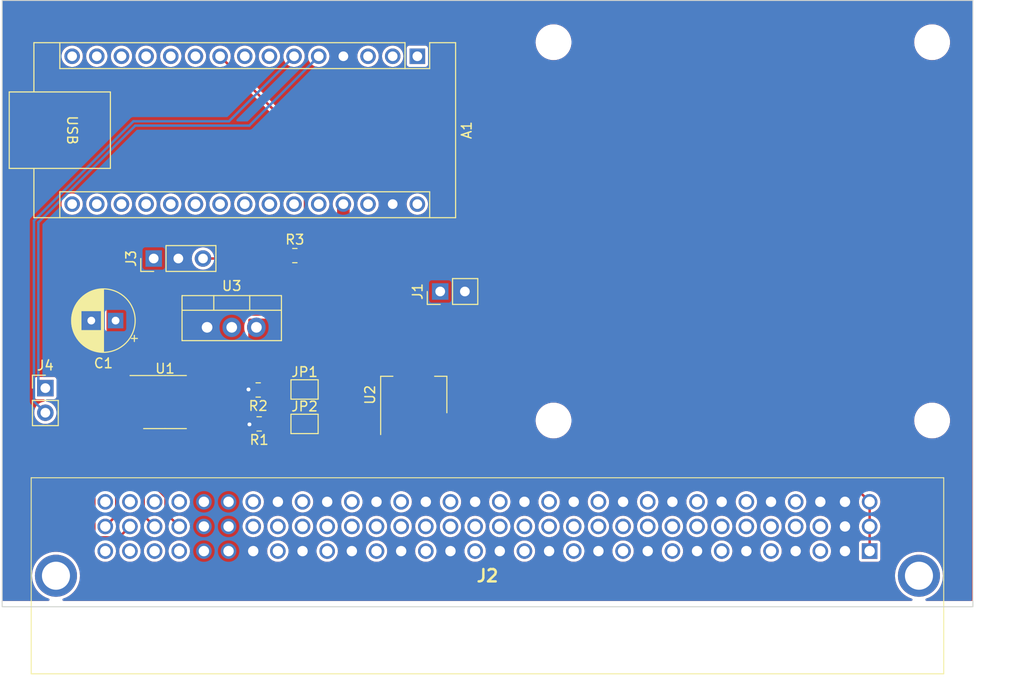
<source format=kicad_pcb>
(kicad_pcb (version 20221018) (generator pcbnew)
  (layers (0 "F.Cu" signal) (31 "B.Cu" signal) (34 "B.Paste" user) (35 "F.Paste" user) (36 "B.SilkS" user "B.Silkscreen") (37 "F.SilkS" user "F.Silkscreen") (38 "B.Mask" user) (39 "F.Mask" user) (44 "Edge.Cuts" user))
  (net 0 "")
  (net 1 "GND")
  (net 2 "ETH1-1")
  (net 3 "+12V")
  (net 4 "+5V")
  (net 5 "ETH1-3")
  (net 6 "ETH1-5")
  (net 7 "ETH1-7")
  (net 8 "ETH2-1")
  (net 9 "ETH2-3")
  (net 10 "ETH2-5")
  (net 11 "ETH2-7")
  (net 12 "ETH3-1")
  (net 13 "ETH3-3")
  (net 14 "ETH3-5")
  (net 15 "ETH3-7")
  (net 16 "CANL")
  (net 17 "ETH1-2")
  (net 18 "ETH1-4")
  (net 19 "ETH1-6")
  (net 20 "ETH1-8")
  (net 21 "ETH2-2")
  (net 22 "ETH2-4")
  (net 23 "ETH2-6")
  (net 24 "ETH2-8")
  (net 25 "ETH3-2")
  (net 26 "ETH3-4")
  (net 27 "ETH3-6")
  (net 28 "ETH3-8")
  (net 29 "DAT1")
  (net 30 "DAT2")
  (net 31 "CANH")
  (net 40 "Net-(JP2-A)")
  (net 41 "Net-(JP1-A)")
  (net 48 "+3.3V")
  (net 74 "LED")
  (net 75 "Net-(J3-Pin_3)")
  (net 76 "SEL1")
  (net 77 "SEL2")
  (footprint "MountingHole:MountingHole_3.2mm_M3" (layer "F.Cu") (at 245.9 92.3)
    (fp_text reference "REF**" hide)
    (fp_text value "MountingHole_3.2mm_M3")
    (pad "" np_thru_hole circle (at 0 0) (size 3.2 3.2) (drill 3.2) (layers "*.Cu" "*.Mask"))
  )
  (footprint "Connector_PinHeader_2.54mm:PinHeader_1x03_P2.54mm_Vertical" (layer "F.Cu") (at 165.71 75.6 90)
    (fp_text reference "J3" (at 0 -2.33 90) (layer "F.SilkS"))
    (fp_text value "Conn_01x03")
    (fp_line (start -1.33 -1.33) (end 0 -1.33) (stroke (width 0.12)) (layer "F.SilkS"))
    (fp_line (start -1.33 0) (end -1.33 -1.33) (stroke (width 0.12)) (layer "F.SilkS"))
    (fp_line (start -1.33 1.27) (end -1.33 6.41) (stroke (width 0.12)) (layer "F.SilkS"))
    (fp_line (start -1.33 1.27) (end 1.33 1.27) (stroke (width 0.12)) (layer "F.SilkS"))
    (fp_line (start -1.33 6.41) (end 1.33 6.41) (stroke (width 0.12)) (layer "F.SilkS"))
    (fp_line (start 1.33 1.27) (end 1.33 6.41) (stroke (width 0.12)) (layer "F.SilkS"))
    (pad "1" thru_hole rect (at 0 0 90) (size 1.7 1.7) (drill 1) (layers "*.Cu" "*.Mask") (net 4 "+5V"))
    (pad "2" thru_hole oval (at 0 2.54 90) (size 1.7 1.7) (drill 1) (layers "*.Cu" "*.Mask") (net 1 "GND"))
    (pad "3" thru_hole oval (at 0 5.08 90) (size 1.7 1.7) (drill 1) (layers "*.Cu" "*.Mask") (net 75 "Net-(J3-Pin_3)"))
  )
  (footprint "Resistor_SMD:R_0805_2012Metric_Pad1.20x1.40mm_HandSolder" (layer "F.Cu") (at 180.25 75.3)
    (fp_text reference "R3" (at 0 -1.65) (layer "F.SilkS"))
    (fp_text value "R")
    (fp_line (start -0.227064 -0.735) (end 0.227064 -0.735) (stroke (width 0.12)) (layer "F.SilkS"))
    (fp_line (start -0.227064 0.735) (end 0.227064 0.735) (stroke (width 0.12)) (layer "F.SilkS"))
    (pad "1" smd roundrect (at -1 0) (size 1.2 1.4) (layers "F.Cu" "F.Paste" "F.Mask") (roundrect_rratio 0.2083333333) (net 75 "Net-(J3-Pin_3)"))
    (pad "2" smd roundrect (at 1 0) (size 1.2 1.4) (layers "F.Cu" "F.Paste" "F.Mask") (roundrect_rratio 0.2083333333) (net 74 "LED"))
  )
  (footprint "Connector_PinHeader_2.54mm:PinHeader_1x02_P2.54mm_Vertical" (layer "F.Cu") (at 154.55 88.96)
    (fp_text reference "J4" (at 0 -2.33) (layer "F.SilkS"))
    (fp_text value "Conn_01x02")
    (fp_line (start -1.33 -1.33) (end 0 -1.33) (stroke (width 0.12)) (layer "F.SilkS"))
    (fp_line (start -1.33 0) (end -1.33 -1.33) (stroke (width 0.12)) (layer "F.SilkS"))
    (fp_line (start -1.33 1.27) (end -1.33 3.87) (stroke (width 0.12)) (layer "F.SilkS"))
    (fp_line (start -1.33 1.27) (end 1.33 1.27) (stroke (width 0.12)) (layer "F.SilkS"))
    (fp_line (start -1.33 3.87) (end 1.33 3.87) (stroke (width 0.12)) (layer "F.SilkS"))
    (fp_line (start 1.33 1.27) (end 1.33 3.87) (stroke (width 0.12)) (layer "F.SilkS"))
    (pad "1" thru_hole rect (at 0 0) (size 1.7 1.7) (drill 1) (layers "*.Cu" "*.Mask") (net 76 "SEL1"))
    (pad "2" thru_hole oval (at 0 2.54) (size 1.7 1.7) (drill 1) (layers "*.Cu" "*.Mask") (net 77 "SEL2"))
  )
  (footprint "Module:Arduino_Nano" (layer "F.Cu") (at 192.87 54.75 -90)
    (fp_text reference "A1" (at 7.62 -5.08 90) (layer "F.SilkS"))
    (fp_text value "Arduino_Nano_v3.x")
    (fp_text user "USB" (at 7.62 35.56 -90 unlocked) (layer "F.SilkS"))
    (fp_line (start -1.4 -3.94) (end -1.4 -1.27) (stroke (width 0.12)) (layer "F.SilkS"))
    (fp_line (start -1.4 1.27) (end -1.4 39.5) (stroke (width 0.12)) (layer "F.SilkS"))
    (fp_line (start -1.4 39.5) (end 3.68 39.5) (stroke (width 0.12)) (layer "F.SilkS"))
    (fp_line (start 1.27 -1.27) (end -1.4 -1.27) (stroke (width 0.12)) (layer "F.SilkS"))
    (fp_line (start 1.27 1.27) (end -1.4 1.27) (stroke (width 0.12)) (layer "F.SilkS"))
    (fp_line (start 1.27 1.27) (end 1.27 -1.27) (stroke (width 0.12)) (layer "F.SilkS"))
    (fp_line (start 1.27 1.27) (end 1.27 36.83) (stroke (width 0.12)) (layer "F.SilkS"))
    (fp_line (start 1.27 36.83) (end -1.4 36.83) (stroke (width 0.12)) (layer "F.SilkS"))
    (fp_line (start 3.68 31.62) (end 11.56 31.62) (stroke (width 0.12)) (layer "F.SilkS"))
    (fp_line (start 3.68 42.04) (end 3.68 31.62) (stroke (width 0.12)) (layer "F.SilkS"))
    (fp_line (start 11.56 31.62) (end 11.56 42.04) (stroke (width 0.12)) (layer "F.SilkS"))
    (fp_line (start 11.56 42.04) (end 3.68 42.04) (stroke (width 0.12)) (layer "F.SilkS"))
    (fp_line (start 13.97 -1.27) (end 13.97 36.83) (stroke (width 0.12)) (layer "F.SilkS"))
    (fp_line (start 13.97 -1.27) (end 16.64 -1.27) (stroke (width 0.12)) (layer "F.SilkS"))
    (fp_line (start 13.97 36.83) (end 16.64 36.83) (stroke (width 0.12)) (layer "F.SilkS"))
    (fp_line (start 16.64 -3.94) (end -1.4 -3.94) (stroke (width 0.12)) (layer "F.SilkS"))
    (fp_line (start 16.64 39.5) (end 11.56 39.5) (stroke (width 0.12)) (layer "F.SilkS"))
    (fp_line (start 16.64 39.5) (end 16.64 -3.94) (stroke (width 0.12)) (layer "F.SilkS"))
    (pad "1" thru_hole rect (at 0 0 270) (size 1.6 1.6) (drill 1) (layers "*.Cu" "*.Mask"))
    (pad "2" thru_hole oval (at 0 2.54 270) (size 1.6 1.6) (drill 1) (layers "*.Cu" "*.Mask"))
    (pad "3" thru_hole oval (at 0 5.08 270) (size 1.6 1.6) (drill 1) (layers "*.Cu" "*.Mask"))
    (pad "4" thru_hole oval (at 0 7.62 270) (size 1.6 1.6) (drill 1) (layers "*.Cu" "*.Mask") (net 1 "GND"))
    (pad "5" thru_hole oval (at 0 10.16 270) (size 1.6 1.6) (drill 1) (layers "*.Cu" "*.Mask") (net 76 "SEL1"))
    (pad "6" thru_hole oval (at 0 12.7 270) (size 1.6 1.6) (drill 1) (layers "*.Cu" "*.Mask") (net 77 "SEL2"))
    (pad "7" thru_hole oval (at 0 15.24 270) (size 1.6 1.6) (drill 1) (layers "*.Cu" "*.Mask"))
    (pad "8" thru_hole oval (at 0 17.78 270) (size 1.6 1.6) (drill 1) (layers "*.Cu" "*.Mask"))
    (pad "9" thru_hole oval (at 0 20.32 270) (size 1.6 1.6) (drill 1) (layers "*.Cu" "*.Mask") (net 74 "LED"))
    (pad "10" thru_hole oval (at 0 22.86 270) (size 1.6 1.6) (drill 1) (layers "*.Cu" "*.Mask"))
    (pad "11" thru_hole oval (at 0 25.4 270) (size 1.6 1.6) (drill 1) (layers "*.Cu" "*.Mask"))
    (pad "12" thru_hole oval (at 0 27.94 270) (size 1.6 1.6) (drill 1) (layers "*.Cu" "*.Mask"))
    (pad "13" thru_hole oval (at 0 30.48 270) (size 1.6 1.6) (drill 1) (layers "*.Cu" "*.Mask"))
    (pad "14" thru_hole oval (at 0 33.02 270) (size 1.6 1.6) (drill 1) (layers "*.Cu" "*.Mask"))
    (pad "15" thru_hole oval (at 0 35.56 270) (size 1.6 1.6) (drill 1) (layers "*.Cu" "*.Mask"))
    (pad "16" thru_hole oval (at 15.24 35.56 270) (size 1.6 1.6) (drill 1) (layers "*.Cu" "*.Mask"))
    (pad "17" thru_hole oval (at 15.24 33.02 270) (size 1.6 1.6) (drill 1) (layers "*.Cu" "*.Mask"))
    (pad "18" thru_hole oval (at 15.24 30.48 270) (size 1.6 1.6) (drill 1) (layers "*.Cu" "*.Mask"))
    (pad "19" thru_hole oval (at 15.24 27.94 270) (size 1.6 1.6) (drill 1) (layers "*.Cu" "*.Mask"))
    (pad "20" thru_hole oval (at 15.24 25.4 270) (size 1.6 1.6) (drill 1) (layers "*.Cu" "*.Mask"))
    (pad "21" thru_hole oval (at 15.24 22.86 270) (size 1.6 1.6) (drill 1) (layers "*.Cu" "*.Mask"))
    (pad "22" thru_hole oval (at 15.24 20.32 270) (size 1.6 1.6) (drill 1) (layers "*.Cu" "*.Mask"))
    (pad "23" thru_hole oval (at 15.24 17.78 270) (size 1.6 1.6) (drill 1) (layers "*.Cu" "*.Mask"))
    (pad "24" thru_hole oval (at 15.24 15.24 270) (size 1.6 1.6) (drill 1) (layers "*.Cu" "*.Mask"))
    (pad "25" thru_hole oval (at 15.24 12.7 270) (size 1.6 1.6) (drill 1) (layers "*.Cu" "*.Mask"))
    (pad "26" thru_hole oval (at 15.24 10.16 270) (size 1.6 1.6) (drill 1) (layers "*.Cu" "*.Mask"))
    (pad "27" thru_hole oval (at 15.24 7.62 270) (size 1.6 1.6) (drill 1) (layers "*.Cu" "*.Mask") (net 4 "+5V"))
    (pad "28" thru_hole oval (at 15.24 5.08 270) (size 1.6 1.6) (drill 1) (layers "*.Cu" "*.Mask"))
    (pad "29" thru_hole oval (at 15.24 2.54 270) (size 1.6 1.6) (drill 1) (layers "*.Cu" "*.Mask") (net 1 "GND"))
    (pad "30" thru_hole oval (at 15.24 0 270) (size 1.6 1.6) (drill 1) (layers "*.Cu" "*.Mask"))
  )
  (footprint "Resistor_SMD:R_0805_2012Metric_Pad1.20x1.40mm_HandSolder" (layer "F.Cu") (at 176.475 89.15 180)
    (fp_text reference "R2" (at 0 -1.65) (layer "F.SilkS"))
    (fp_text value "R")
    (fp_line (start -0.227064 -0.735) (end 0.227064 -0.735) (stroke (width 0.12)) (layer "F.SilkS"))
    (fp_line (start -0.227064 0.735) (end 0.227064 0.735) (stroke (width 0.12)) (layer "F.SilkS"))
    (pad "1" smd roundrect (at -1 0 180) (size 1.2 1.4) (layers "F.Cu" "F.Paste" "F.Mask") (roundrect_rratio 0.2083333333) (net 41 "Net-(JP1-A)"))
    (pad "2" smd roundrect (at 1 0 180) (size 1.2 1.4) (layers "F.Cu" "F.Paste" "F.Mask") (roundrect_rratio 0.2083333333) (net 1 "GND"))
  )
  (footprint "Package_SO:TSSOP-16_4.4x5mm_P0.65mm" (layer "F.Cu") (at 166.875 90.4)
    (fp_text reference "U1" (at 0 -3.45) (layer "F.SilkS"))
    (fp_text value "ADS7828")
    (fp_line (start 0 -2.735) (end -3.6 -2.735) (stroke (width 0.12)) (layer "F.SilkS"))
    (fp_line (start 0 -2.735) (end 2.2 -2.735) (stroke (width 0.12)) (layer "F.SilkS"))
    (fp_line (start 0 2.735) (end -2.2 2.735) (stroke (width 0.12)) (layer "F.SilkS"))
    (fp_line (start 0 2.735) (end 2.2 2.735) (stroke (width 0.12)) (layer "F.SilkS"))
    (pad "1" smd roundrect (at -2.8625 -2.275) (size 1.475 0.4) (layers "F.Cu" "F.Paste" "F.Mask") (net 29 "DAT1"))
    (pad "2" smd roundrect (at -2.8625 -1.625) (size 1.475 0.4) (layers "F.Cu" "F.Paste" "F.Mask") (net 30 "DAT2"))
    (pad "3" smd roundrect (at -2.8625 -0.975) (size 1.475 0.4) (layers "F.Cu" "F.Paste" "F.Mask"))
    (pad "4" smd roundrect (at -2.8625 -0.325) (size 1.475 0.4) (layers "F.Cu" "F.Paste" "F.Mask"))
    (pad "5" smd roundrect (at -2.8625 0.325) (size 1.475 0.4) (layers "F.Cu" "F.Paste" "F.Mask"))
    (pad "6" smd roundrect (at -2.8625 0.975) (size 1.475 0.4) (layers "F.Cu" "F.Paste" "F.Mask"))
    (pad "7" smd roundrect (at -2.8625 1.625) (size 1.475 0.4) (layers "F.Cu" "F.Paste" "F.Mask"))
    (pad "8" smd roundrect (at -2.8625 2.275) (size 1.475 0.4) (layers "F.Cu" "F.Paste" "F.Mask"))
    (pad "9" smd roundrect (at 2.8625 2.275) (size 1.475 0.4) (layers "F.Cu" "F.Paste" "F.Mask") (net 1 "GND"))
    (pad "10" smd roundrect (at 2.8625 1.625) (size 1.475 0.4) (layers "F.Cu" "F.Paste" "F.Mask") (net 48 "+3.3V"))
    (pad "11" smd roundrect (at 2.8625 0.975) (size 1.475 0.4) (layers "F.Cu" "F.Paste" "F.Mask"))
    (pad "12" smd roundrect (at 2.8625 0.325) (size 1.475 0.4) (layers "F.Cu" "F.Paste" "F.Mask") (net 41 "Net-(JP1-A)"))
    (pad "13" smd roundrect (at 2.8625 -0.325) (size 1.475 0.4) (layers "F.Cu" "F.Paste" "F.Mask") (net 40 "Net-(JP2-A)"))
    (pad "14" smd roundrect (at 2.8625 -0.975) (size 1.475 0.4) (layers "F.Cu" "F.Paste" "F.Mask") (net 31 "CANH"))
    (pad "15" smd roundrect (at 2.8625 -1.625) (size 1.475 0.4) (layers "F.Cu" "F.Paste" "F.Mask") (net 16 "CANL"))
    (pad "16" smd roundrect (at 2.8625 -2.275) (size 1.475 0.4) (layers "F.Cu" "F.Paste" "F.Mask") (net 48 "+3.3V"))
  )
  (footprint "Connector_PinHeader_2.54mm:PinHeader_1x02_P2.54mm_Vertical" (layer "F.Cu") (at 195.225 79 90)
    (fp_text reference "J1" (at 0 -2.33 90) (layer "F.SilkS"))
    (fp_text value "Conn_01x02")
    (fp_line (start -1.33 -1.33) (end 0 -1.33) (stroke (width 0.12)) (layer "F.SilkS"))
    (fp_line (start -1.33 0) (end -1.33 -1.33) (stroke (width 0.12)) (layer "F.SilkS"))
    (fp_line (start -1.33 1.27) (end -1.33 3.87) (stroke (width 0.12)) (layer "F.SilkS"))
    (fp_line (start -1.33 1.27) (end 1.33 1.27) (stroke (width 0.12)) (layer "F.SilkS"))
    (fp_line (start -1.33 3.87) (end 1.33 3.87) (stroke (width 0.12)) (layer "F.SilkS"))
    (fp_line (start 1.33 1.27) (end 1.33 3.87) (stroke (width 0.12)) (layer "F.SilkS"))
    (pad "1" thru_hole rect (at 0 0 90) (size 1.7 1.7) (drill 1) (layers "*.Cu" "*.Mask") (net 3 "+12V"))
    (pad "2" thru_hole oval (at 0 2.54 90) (size 1.7 1.7) (drill 1) (layers "*.Cu" "*.Mask") (net 1 "GND"))
  )
  (footprint "MountingHole:MountingHole_3.2mm_M3" (layer "F.Cu") (at 245.9 53.3)
    (fp_text reference "REF**" hide)
    (fp_text value "MountingHole_3.2mm_M3")
    (pad "" np_thru_hole circle (at 0 0) (size 3.2 3.2) (drill 3.2) (layers "*.Cu" "*.Mask"))
  )
  (footprint "Package_TO_SOT_THT:TO-220-3_Vertical" (layer "F.Cu") (at 171.21 82.695)
    (fp_text reference "U3" (at 2.54 -4.27) (layer "F.SilkS"))
    (fp_text value "LM1085-5.0")
    (fp_line (start -2.58 -3.27) (end -2.58 1.371) (stroke (width 0.12)) (layer "F.SilkS"))
    (fp_line (start -2.58 -3.27) (end 7.66 -3.27) (stroke (width 0.12)) (layer "F.SilkS"))
    (fp_line (start -2.58 -1.76) (end 7.66 -1.76) (stroke (width 0.12)) (layer "F.SilkS"))
    (fp_line (start -2.58 1.371) (end 7.66 1.371) (stroke (width 0.12)) (layer "F.SilkS"))
    (fp_line (start 0.69 -3.27) (end 0.69 -1.76) (stroke (width 0.12)) (layer "F.SilkS"))
    (fp_line (start 4.391 -3.27) (end 4.391 -1.76) (stroke (width 0.12)) (layer "F.SilkS"))
    (fp_line (start 7.66 -3.27) (end 7.66 1.371) (stroke (width 0.12)) (layer "F.SilkS"))
    (pad "1" thru_hole rect (at 0 0) (size 1.905 2) (drill 1.1) (layers "*.Cu" "*.Mask") (net 1 "GND"))
    (pad "2" thru_hole oval (at 2.54 0) (size 1.905 2) (drill 1.1) (layers "*.Cu" "*.Mask") (net 4 "+5V"))
    (pad "3" thru_hole oval (at 5.08 0) (size 1.905 2) (drill 1.1) (layers "*.Cu" "*.Mask") (net 3 "+12V"))
  )
  (footprint "Custom:6509475" (layer "F.Cu") (at 239.462617 105.762442)
    (fp_text reference "J2" (at -39.37 2.545) (layer "F.SilkS") (effects (font (size 1.27 1.27) (thickness 0.254))))
    (fp_text value "~" hide)
    (fp_line (start -86.37 -7.56) (end 7.63 -7.56) (stroke (width 0.1)) (layer "F.SilkS"))
    (fp_line (start -86.37 12.65) (end -86.37 -7.56) (stroke (width 0.1)) (layer "F.SilkS"))
    (fp_line (start 7.63 -7.56) (end 7.63 12.65) (stroke (width 0.1)) (layer "F.SilkS"))
    (fp_line (start 7.63 12.65) (end -86.37 12.65) (stroke (width 0.1)) (layer "F.SilkS"))
    (pad "A1" thru_hole rect (at 0 0) (size 1.605 1.605) (drill 1.07) (layers "*.Cu" "*.Mask") (net 4 "+5V"))
    (pad "A2" thru_hole circle (at -2.54 0) (size 1.605 1.605) (drill 1.07) (layers "*.Cu" "*.Mask") (net 1 "GND"))
    (pad "A3" thru_hole circle (at -5.08 0) (size 1.605 1.605) (drill 1.07) (layers "*.Cu" "*.Mask") (net 2 "ETH1-1"))
    (pad "A4" thru_hole circle (at -7.62 0) (size 1.605 1.605) (drill 1.07) (layers "*.Cu" "*.Mask") (net 1 "GND"))
    (pad "A5" thru_hole circle (at -10.16 0) (size 1.605 1.605) (drill 1.07) (layers "*.Cu" "*.Mask") (net 5 "ETH1-3"))
    (pad "A6" thru_hole circle (at -12.7 0) (size 1.605 1.605) (drill 1.07) (layers "*.Cu" "*.Mask") (net 1 "GND"))
    (pad "A7" thru_hole circle (at -15.24 0) (size 1.605 1.605) (drill 1.07) (layers "*.Cu" "*.Mask") (net 6 "ETH1-5"))
    (pad "A8" thru_hole circle (at -17.78 0) (size 1.605 1.605) (drill 1.07) (layers "*.Cu" "*.Mask") (net 1 "GND"))
    (pad "A9" thru_hole circle (at -20.32 0) (size 1.605 1.605) (drill 1.07) (layers "*.Cu" "*.Mask") (net 7 "ETH1-7"))
    (pad "A10" thru_hole circle (at -22.86 0) (size 1.605 1.605) (drill 1.07) (layers "*.Cu" "*.Mask") (net 1 "GND"))
    (pad "A11" thru_hole circle (at -25.4 0) (size 1.605 1.605) (drill 1.07) (layers "*.Cu" "*.Mask") (net 8 "ETH2-1"))
    (pad "A12" thru_hole circle (at -27.94 0) (size 1.605 1.605) (drill 1.07) (layers "*.Cu" "*.Mask") (net 1 "GND"))
    (pad "A13" thru_hole circle (at -30.48 0) (size 1.605 1.605) (drill 1.07) (layers "*.Cu" "*.Mask") (net 9 "ETH2-3"))
    (pad "A14" thru_hole circle (at -33.02 0) (size 1.605 1.605) (drill 1.07) (layers "*.Cu" "*.Mask") (net 1 "GND"))
    (pad "A15" thru_hole circle (at -35.56 0) (size 1.605 1.605) (drill 1.07) (layers "*.Cu" "*.Mask") (net 10 "ETH2-5"))
    (pad "A16" thru_hole circle (at -38.1 0) (size 1.605 1.605) (drill 1.07) (layers "*.Cu" "*.Mask") (net 1 "GND"))
    (pad "A17" thru_hole circle (at -40.64 0) (size 1.605 1.605) (drill 1.07) (layers "*.Cu" "*.Mask") (net 11 "ETH2-7"))
    (pad "A18" thru_hole circle (at -43.18 0) (size 1.605 1.605) (drill 1.07) (layers "*.Cu" "*.Mask") (net 1 "GND"))
    (pad "A19" thru_hole circle (at -45.72 0) (size 1.605 1.605) (drill 1.07) (layers "*.Cu" "*.Mask") (net 12 "ETH3-1"))
    (pad "A20" thru_hole circle (at -48.26 0) (size 1.605 1.605) (drill 1.07) (layers "*.Cu" "*.Mask") (net 1 "GND"))
    (pad "A21" thru_hole circle (at -50.8 0) (size 1.605 1.605) (drill 1.07) (layers "*.Cu" "*.Mask") (net 13 "ETH3-3"))
    (pad "A22" thru_hole circle (at -53.34 0) (size 1.605 1.605) (drill 1.07) (layers "*.Cu" "*.Mask") (net 1 "GND"))
    (pad "A23" thru_hole circle (at -55.88 0) (size 1.605 1.605) (drill 1.07) (layers "*.Cu" "*.Mask") (net 14 "ETH3-5"))
    (pad "A24" thru_hole circle (at -58.42 0) (size 1.605 1.605) (drill 1.07) (layers "*.Cu" "*.Mask") (net 1 "GND"))
    (pad "A25" thru_hole circle (at -60.96 0) (size 1.605 1.605) (drill 1.07) (layers "*.Cu" "*.Mask") (net 15 "ETH3-7"))
    (pad "A26" thru_hole circle (at -63.5 0) (size 1.605 1.605) (drill 1.07) (layers "*.Cu" "*.Mask") (net 1 "GND"))
    (pad "A27" thru_hole circle (at -66.04 0) (size 1.605 1.605) (drill 1.07) (layers "*.Cu" "*.Mask") (net 3 "+12V"))
    (pad "A28" thru_hole circle (at -68.58 0) (size 1.605 1.605) (drill 1.07) (layers "*.Cu" "*.Mask") (net 3 "+12V"))
    (pad "A29" thru_hole circle (at -71.12 0) (size 1.605 1.605) (drill 1.07) (layers "*.Cu" "*.Mask"))
    (pad "A30" thru_hole circle (at -73.66 0) (size 1.605 1.605) (drill 1.07) (layers "*.Cu" "*.Mask"))
    (pad "A31" thru_hole circle (at -76.2 0) (size 1.605 1.605) (drill 1.07) (layers "*.Cu" "*.Mask"))
    (pad "A32" thru_hole circle (at -78.74 0) (size 1.605 1.605) (drill 1.07) (layers "*.Cu" "*.Mask"))
    (pad "B1" thru_hole circle (at 0 -2.54) (size 1.605 1.605) (drill 1.07) (layers "*.Cu" "*.Mask") (net 4 "+5V"))
    (pad "B2" thru_hole circle (at -2.54 -2.54) (size 1.605 1.605) (drill 1.07) (layers "*.Cu" "*.Mask") (net 1 "GND"))
    (pad "B3" thru_hole circle (at -5.08 -2.54) (size 1.605 1.605) (drill 1.07) (layers "*.Cu" "*.Mask") (net 2 "ETH1-1"))
    (pad "B4" thru_hole circle (at -7.62 -2.54) (size 1.605 1.605) (drill 1.07) (layers "*.Cu" "*.Mask") (net 17 "ETH1-2"))
    (pad "B5" thru_hole circle (at -10.16 -2.54) (size 1.605 1.605) (drill 1.07) (layers "*.Cu" "*.Mask") (net 5 "ETH1-3"))
    (pad "B6" thru_hole circle (at -12.7 -2.54) (size 1.605 1.605) (drill 1.07) (layers "*.Cu" "*.Mask") (net 18 "ETH1-4"))
    (pad "B7" thru_hole circle (at -15.24 -2.54) (size 1.605 1.605) (drill 1.07) (layers "*.Cu" "*.Mask") (net 6 "ETH1-5"))
    (pad "B8" thru_hole circle (at -17.78 -2.54) (size 1.605 1.605) (drill 1.07) (layers "*.Cu" "*.Mask") (net 19 "ETH1-6"))
    (pad "B9" thru_hole circle (at -20.32 -2.54) (size 1.605 1.605) (drill 1.07) (layers "*.Cu" "*.Mask") (net 7 "ETH1-7"))
    (pad "B10" thru_hole circle (at -22.86 -2.54) (size 1.605 1.605) (drill 1.07) (layers "*.Cu" "*.Mask") (net 20 "ETH1-8"))
    (pad "B11" thru_hole circle (at -25.4 -2.54) (size 1.605 1.605) (drill 1.07) (layers "*.Cu" "*.Mask") (net 8 "ETH2-1"))
    (pad "B12" thru_hole circle (at -27.94 -2.54) (size 1.605 1.605) (drill 1.07) (layers "*.Cu" "*.Mask") (net 21 "ETH2-2"))
    (pad "B13" thru_hole circle (at -30.48 -2.54) (size 1.605 1.605) (drill 1.07) (layers "*.Cu" "*.Mask") (net 9 "ETH2-3"))
    (pad "B14" thru_hole circle (at -33.02 -2.54) (size 1.605 1.605) (drill 1.07) (layers "*.Cu" "*.Mask") (net 22 "ETH2-4"))
    (pad "B15" thru_hole circle (at -35.56 -2.54) (size 1.605 1.605) (drill 1.07) (layers "*.Cu" "*.Mask") (net 10 "ETH2-5"))
    (pad "B16" thru_hole circle (at -38.1 -2.54) (size 1.605 1.605) (drill 1.07) (layers "*.Cu" "*.Mask") (net 23 "ETH2-6"))
    (pad "B17" thru_hole circle (at -40.64 -2.54) (size 1.605 1.605) (drill 1.07) (layers "*.Cu" "*.Mask") (net 11 "ETH2-7"))
    (pad "B18" thru_hole circle (at -43.18 -2.54) (size 1.605 1.605) (drill 1.07) (layers "*.Cu" "*.Mask") (net 24 "ETH2-8"))
    (pad "B19" thru_hole circle (at -45.72 -2.54) (size 1.605 1.605) (drill 1.07) (layers "*.Cu" "*.Mask") (net 12 "ETH3-1"))
    (pad "B20" thru_hole circle (at -48.26 -2.54) (size 1.605 1.605) (drill 1.07) (layers "*.Cu" "*.Mask") (net 25 "ETH3-2"))
    (pad "B21" thru_hole circle (at -50.8 -2.54) (size 1.605 1.605) (drill 1.07) (layers "*.Cu" "*.Mask") (net 13 "ETH3-3"))
    (pad "B22" thru_hole circle (at -53.34 -2.54) (size 1.605 1.605) (drill 1.07) (layers "*.Cu" "*.Mask") (net 26 "ETH3-4"))
    (pad "B23" thru_hole circle (at -55.88 -2.54) (size 1.605 1.605) (drill 1.07) (layers "*.Cu" "*.Mask") (net 14 "ETH3-5"))
    (pad "B24" thru_hole circle (at -58.42 -2.54) (size 1.605 1.605) (drill 1.07) (layers "*.Cu" "*.Mask") (net 27 "ETH3-6"))
    (pad "B25" thru_hole circle (at -60.96 -2.54) (size 1.605 1.605) (drill 1.07) (layers "*.Cu" "*.Mask") (net 15 "ETH3-7"))
    (pad "B26" thru_hole circle (at -63.5 -2.54) (size 1.605 1.605) (drill 1.07) (layers "*.Cu" "*.Mask") (net 28 "ETH3-8"))
    (pad "B27" thru_hole circle (at -66.04 -2.54) (size 1.605 1.605) (drill 1.07) (layers "*.Cu" "*.Mask") (net 3 "+12V"))
    (pad "B28" thru_hole circle (at -68.58 -2.54) (size 1.605 1.605) (drill 1.07) (layers "*.Cu" "*.Mask") (net 3 "+12V"))
    (pad "B29" thru_hole circle (at -71.12 -2.54) (size 1.605 1.605) (drill 1.07) (layers "*.Cu" "*.Mask") (net 29 "DAT1"))
    (pad "B30" thru_hole circle (at -73.66 -2.54) (size 1.605 1.605) (drill 1.07) (layers "*.Cu" "*.Mask") (net 30 "DAT2"))
    (pad "B31" thru_hole circle (at -76.2 -2.54) (size 1.605 1.605) (drill 1.07) (layers "*.Cu" "*.Mask") (net 16 "CANL"))
    (pad "B32" thru_hole circle (at -78.74 -2.54) (size 1.605 1.605) (drill 1.07) (layers "*.Cu" "*.Mask") (net 31 "CANH"))
    (pad "C1" thru_hole circle (at 0 -5.08) (size 1.605 1.605) (drill 1.07) (layers "*.Cu" "*.Mask") (net 4 "+5V"))
    (pad "C2" thru_hole circle (at -2.54 -5.08) (size 1.605 1.605) (drill 1.07) (layers "*.Cu" "*.Mask") (net 1 "GND"))
    (pad "C3" thru_hole circle (at -5.08 -5.08) (size 1.605 1.605) (drill 1.07) (layers "*.Cu" "*.Mask") (net 1 "GND"))
    (pad "C4" thru_hole circle (at -7.62 -5.08) (size 1.605 1.605) (drill 1.07) (layers "*.Cu" "*.Mask") (net 17 "ETH1-2"))
    (pad "C5" thru_hole circle (at -10.16 -5.08) (size 1.605 1.605) (drill 1.07) (layers "*.Cu" "*.Mask") (net 1 "GND"))
    (pad "C6" thru_hole circle (at -12.7 -5.08) (size 1.605 1.605) (drill 1.07) (layers "*.Cu" "*.Mask") (net 18 "ETH1-4"))
    (pad "C7" thru_hole circle (at -15.24 -5.08) (size 1.605 1.605) (drill 1.07) (layers "*.Cu" "*.Mask") (net 1 "GND"))
    (pad "C8" thru_hole circle (at -17.78 -5.08) (size 1.605 1.605) (drill 1.07) (layers "*.Cu" "*.Mask") (net 19 "ETH1-6"))
    (pad "C9" thru_hole circle (at -20.32 -5.08) (size 1.605 1.605) (drill 1.07) (layers "*.Cu" "*.Mask") (net 1 "GND"))
    (pad "C10" thru_hole circle (at -22.86 -5.08) (size 1.605 1.605) (drill 1.07) (layers "*.Cu" "*.Mask") (net 20 "ETH1-8"))
    (pad "C11" thru_hole circle (at -25.4 -5.08) (size 1.605 1.605) (drill 1.07) (layers "*.Cu" "*.Mask") (net 1 "GND"))
    (pad "C12" thru_hole circle (at -27.94 -5.08) (size 1.605 1.605) (drill 1.07) (layers "*.Cu" "*.Mask") (net 21 "ETH2-2"))
    (pad "C13" thru_hole circle (at -30.48 -5.08) (size 1.605 1.605) (drill 1.07) (layers "*.Cu" "*.Mask") (net 1 "GND"))
    (pad "C14" thru_hole circle (at -33.02 -5.08) (size 1.605 1.605) (drill 1.07) (layers "*.Cu" "*.Mask") (net 22 "ETH2-4"))
    (pad "C15" thru_hole circle (at -35.56 -5.08) (size 1.605 1.605) (drill 1.07) (layers "*.Cu" "*.Mask") (net 1 "GND"))
    (pad "C16" thru_hole circle (at -38.1 -5.08) (size 1.605 1.605) (drill 1.07) (layers "*.Cu" "*.Mask") (net 23 "ETH2-6"))
    (pad "C17" thru_hole circle (at -40.64 -5.08) (size 1.605 1.605) (drill 1.07) (layers "*.Cu" "*.Mask") (net 1 "GND"))
    (pad "C18" thru_hole circle (at -43.18 -5.08) (size 1.605 1.605) (drill 1.07) (layers "*.Cu" "*.Mask") (net 24 "ETH2-8"))
    (pad "C19" thru_hole circle (at -45.72 -5.08) (size 1.605 1.605) (drill 1.07) (layers "*.Cu" "*.Mask") (net 1 "GND"))
    (pad "C20" thru_hole circle (at -48.26 -5.08) (size 1.605 1.605) (drill 1.07) (layers "*.Cu" "*.Mask") (net 25 "ETH3-2"))
    (pad "C21" thru_hole circle (at -50.8 -5.08) (size 1.605 1.605) (drill 1.07) (layers "*.Cu" "*.Mask") (net 1 "GND"))
    (pad "C22" thru_hole circle (at -53.34 -5.08) (size 1.605 1.605) (drill 1.07) (layers "*.Cu" "*.Mask") (net 26 "ETH3-4"))
    (pad "C23" thru_hole circle (at -55.88 -5.08) (size 1.605 1.605) (drill 1.07) (layers "*.Cu" "*.Mask") (net 1 "GND"))
    (pad "C24" thru_hole circle (at -58.42 -5.08) (size 1.605 1.605) (drill 1.07) (layers "*.Cu" "*.Mask") (net 27 "ETH3-6"))
    (pad "C25" thru_hole circle (at -60.96 -5.08) (size 1.605 1.605) (drill 1.07) (layers "*.Cu" "*.Mask") (net 1 "GND"))
    (pad "C26" thru_hole circle (at -63.5 -5.08) (size 1.605 1.605) (drill 1.07) (layers "*.Cu" "*.Mask") (net 28 "ETH3-8"))
    (pad "C27" thru_hole circle (at -66.04 -5.08) (size 1.605 1.605) (drill 1.07) (layers "*.Cu" "*.Mask") (net 3 "+12V"))
    (pad "C28" thru_hole circle (at -68.58 -5.08) (size 1.605 1.605) (drill 1.07) (layers "*.Cu" "*.Mask") (net 3 "+12V"))
    (pad "C29" thru_hole circle (at -71.12 -5.08) (size 1.605 1.605) (drill 1.07) (layers "*.Cu" "*.Mask"))
    (pad "C30" thru_hole circle (at -73.66 -5.08) (size 1.605 1.605) (drill 1.07) (layers "*.Cu" "*.Mask"))
    (pad "C31" thru_hole circle (at -76.2 -5.08) (size 1.605 1.605) (drill 1.07) (layers "*.Cu" "*.Mask"))
    (pad "C32" thru_hole circle (at -78.74 -5.08) (size 1.605 1.605) (drill 1.07) (layers "*.Cu" "*.Mask"))
    (pad "MH1" thru_hole circle (at 5.08 2.54) (size 4.335 4.335) (drill 2.89) (layers "*.Cu" "*.Mask"))
    (pad "MH2" thru_hole circle (at -83.82 2.54) (size 4.335 4.335) (drill 2.89) (layers "*.Cu" "*.Mask"))
  )
  (footprint "MountingHole:MountingHole_3.2mm_M3" (layer "F.Cu") (at 206.9 53.3)
    (fp_text reference "REF**" hide)
    (fp_text value "MountingHole_3.2mm_M3")
    (pad "" np_thru_hole circle (at 0 0) (size 3.2 3.2) (drill 3.2) (layers "*.Cu" "*.Mask"))
  )
  (footprint "Jumper:SolderJumper-2_P1.3mm_Open_TrianglePad1.0x1.5mm" (layer "F.Cu") (at 181.25 89.1)
    (fp_text reference "JP1" (at 0 -1.8) (layer "F.SilkS"))
    (fp_text value "SolderJumper_2_Open")
    (fp_line (start -1.4 -1) (end 1.4 -1) (stroke (width 0.12)) (layer "F.SilkS"))
    (fp_line (start -1.4 1) (end -1.4 -1) (stroke (width 0.12)) (layer "F.SilkS"))
    (fp_line (start 1.4 -1) (end 1.4 1) (stroke (width 0.12)) (layer "F.SilkS"))
    (fp_line (start 1.4 1) (end -1.4 1) (stroke (width 0.12)) (layer "F.SilkS"))
    (pad "1" smd custom (at -0.725 0) (size 0.3 0.3) (layers "F.Cu" "F.Mask") (net 41 "Net-(JP1-A)") (options (clearance outline) (anchor rect)) (primitives (gr_poly (pts (xy 1 0) (xy 0.5 0.75) (xy -0.5 0.75) (xy -0.5 -0.75) (xy 0.5 -0.75)) (width 0) (fill yes))))
    (pad "2" smd custom (at 0.725 0) (size 0.3 0.3) (layers "F.Cu" "F.Mask") (net 48 "+3.3V") (options (clearance outline) (anchor rect)) (primitives (gr_poly (pts (xy 0.5 0.75) (xy -0.65 0.75) (xy -0.15 0) (xy -0.65 -0.75) (xy 0.5 -0.75)) (width 0) (fill yes))))
  )
  (footprint "Capacitor_THT:CP_Radial_D6.3mm_P2.50mm" (layer "F.Cu") (at 161.78238 82 180)
    (fp_text reference "C1" (at 1.25 -4.4) (layer "F.SilkS"))
    (fp_text value "C")
    (fp_line (start -2.250241 -1.839) (end -1.620241 -1.839) (stroke (width 0.12)) (layer "F.SilkS"))
    (fp_line (start -1.935241 -2.154) (end -1.935241 -1.524) (stroke (width 0.12)) (layer "F.SilkS"))
    (fp_line (start 1.25 -3.23) (end 1.25 3.23) (stroke (width 0.12)) (layer "F.SilkS"))
    (fp_line (start 1.29 -3.23) (end 1.29 3.23) (stroke (width 0.12)) (layer "F.SilkS"))
    (fp_line (start 1.33 -3.23) (end 1.33 3.23) (stroke (width 0.12)) (layer "F.SilkS"))
    (fp_line (start 1.37 -3.228) (end 1.37 3.228) (stroke (width 0.12)) (layer "F.SilkS"))
    (fp_line (start 1.41 -3.227) (end 1.41 3.227) (stroke (width 0.12)) (layer "F.SilkS"))
    (fp_line (start 1.45 -3.224) (end 1.45 3.224) (stroke (width 0.12)) (layer "F.SilkS"))
    (fp_line (start 1.49 -3.222) (end 1.49 -1.04) (stroke (width 0.12)) (layer "F.SilkS"))
    (fp_line (start 1.49 1.04) (end 1.49 3.222) (stroke (width 0.12)) (layer "F.SilkS"))
    (fp_line (start 1.53 -3.218) (end 1.53 -1.04) (stroke (width 0.12)) (layer "F.SilkS"))
    (fp_line (start 1.53 1.04) (end 1.53 3.218) (stroke (width 0.12)) (layer "F.SilkS"))
    (fp_line (start 1.57 -3.215) (end 1.57 -1.04) (stroke (width 0.12)) (layer "F.SilkS"))
    (fp_line (start 1.57 1.04) (end 1.57 3.215) (stroke (width 0.12)) (layer "F.SilkS"))
    (fp_line (start 1.61 -3.211) (end 1.61 -1.04) (stroke (width 0.12)) (layer "F.SilkS"))
    (fp_line (start 1.61 1.04) (end 1.61 3.211) (stroke (width 0.12)) (layer "F.SilkS"))
    (fp_line (start 1.65 -3.206) (end 1.65 -1.04) (stroke (width 0.12)) (layer "F.SilkS"))
    (fp_line (start 1.65 1.04) (end 1.65 3.206) (stroke (width 0.12)) (layer "F.SilkS"))
    (fp_line (start 1.69 -3.201) (end 1.69 -1.04) (stroke (width 0.12)) (layer "F.SilkS"))
    (fp_line (start 1.69 1.04) (end 1.69 3.201) (stroke (width 0.12)) (layer "F.SilkS"))
    (fp_line (start 1.73 -3.195) (end 1.73 -1.04) (stroke (width 0.12)) (layer "F.SilkS"))
    (fp_line (start 1.73 1.04) (end 1.73 3.195) (stroke (width 0.12)) (layer "F.SilkS"))
    (fp_line (start 1.77 -3.189) (end 1.77 -1.04) (stroke (width 0.12)) (layer "F.SilkS"))
    (fp_line (start 1.77 1.04) (end 1.77 3.189) (stroke (width 0.12)) (layer "F.SilkS"))
    (fp_line (start 1.81 -3.182) (end 1.81 -1.04) (stroke (width 0.12)) (layer "F.SilkS"))
    (fp_line (start 1.81 1.04) (end 1.81 3.182) (stroke (width 0.12)) (layer "F.SilkS"))
    (fp_line (start 1.85 -3.175) (end 1.85 -1.04) (stroke (width 0.12)) (layer "F.SilkS"))
    (fp_line (start 1.85 1.04) (end 1.85 3.175) (stroke (width 0.12)) (layer "F.SilkS"))
    (fp_line (start 1.89 -3.167) (end 1.89 -1.04) (stroke (width 0.12)) (layer "F.SilkS"))
    (fp_line (start 1.89 1.04) (end 1.89 3.167) (stroke (width 0.12)) (layer "F.SilkS"))
    (fp_line (start 1.93 -3.159) (end 1.93 -1.04) (stroke (width 0.12)) (layer "F.SilkS"))
    (fp_line (start 1.93 1.04) (end 1.93 3.159) (stroke (width 0.12)) (layer "F.SilkS"))
    (fp_line (start 1.971 -3.15) (end 1.971 -1.04) (stroke (width 0.12)) (layer "F.SilkS"))
    (fp_line (start 1.971 1.04) (end 1.971 3.15) (stroke (width 0.12)) (layer "F.SilkS"))
    (fp_line (start 2.011 -3.141) (end 2.011 -1.04) (stroke (width 0.12)) (layer "F.SilkS"))
    (fp_line (start 2.011 1.04) (end 2.011 3.141) (stroke (width 0.12)) (layer "F.SilkS"))
    (fp_line (start 2.051 -3.131) (end 2.051 -1.04) (stroke (width 0.12)) (layer "F.SilkS"))
    (fp_line (start 2.051 1.04) (end 2.051 3.131) (stroke (width 0.12)) (layer "F.SilkS"))
    (fp_line (start 2.091 -3.121) (end 2.091 -1.04) (stroke (width 0.12)) (layer "F.SilkS"))
    (fp_line (start 2.091 1.04) (end 2.091 3.121) (stroke (width 0.12)) (layer "F.SilkS"))
    (fp_line (start 2.131 -3.11) (end 2.131 -1.04) (stroke (width 0.12)) (layer "F.SilkS"))
    (fp_line (start 2.131 1.04) (end 2.131 3.11) (stroke (width 0.12)) (layer "F.SilkS"))
    (fp_line (start 2.171 -3.098) (end 2.171 -1.04) (stroke (width 0.12)) (layer "F.SilkS"))
    (fp_line (start 2.171 1.04) (end 2.171 3.098) (stroke (width 0.12)) (layer "F.SilkS"))
    (fp_line (start 2.211 -3.086) (end 2.211 -1.04) (stroke (width 0.12)) (layer "F.SilkS"))
    (fp_line (start 2.211 1.04) (end 2.211 3.086) (stroke (width 0.12)) (layer "F.SilkS"))
    (fp_line (start 2.251 -3.074) (end 2.251 -1.04) (stroke (width 0.12)) (layer "F.SilkS"))
    (fp_line (start 2.251 1.04) (end 2.251 3.074) (stroke (width 0.12)) (layer "F.SilkS"))
    (fp_line (start 2.291 -3.061) (end 2.291 -1.04) (stroke (width 0.12)) (layer "F.SilkS"))
    (fp_line (start 2.291 1.04) (end 2.291 3.061) (stroke (width 0.12)) (layer "F.SilkS"))
    (fp_line (start 2.331 -3.047) (end 2.331 -1.04) (stroke (width 0.12)) (layer "F.SilkS"))
    (fp_line (start 2.331 1.04) (end 2.331 3.047) (stroke (width 0.12)) (layer "F.SilkS"))
    (fp_line (start 2.371 -3.033) (end 2.371 -1.04) (stroke (width 0.12)) (layer "F.SilkS"))
    (fp_line (start 2.371 1.04) (end 2.371 3.033) (stroke (width 0.12)) (layer "F.SilkS"))
    (fp_line (start 2.411 -3.018) (end 2.411 -1.04) (stroke (width 0.12)) (layer "F.SilkS"))
    (fp_line (start 2.411 1.04) (end 2.411 3.018) (stroke (width 0.12)) (layer "F.SilkS"))
    (fp_line (start 2.451 -3.002) (end 2.451 -1.04) (stroke (width 0.12)) (layer "F.SilkS"))
    (fp_line (start 2.451 1.04) (end 2.451 3.002) (stroke (width 0.12)) (layer "F.SilkS"))
    (fp_line (start 2.491 -2.986) (end 2.491 -1.04) (stroke (width 0.12)) (layer "F.SilkS"))
    (fp_line (start 2.491 1.04) (end 2.491 2.986) (stroke (width 0.12)) (layer "F.SilkS"))
    (fp_line (start 2.531 -2.97) (end 2.531 -1.04) (stroke (width 0.12)) (layer "F.SilkS"))
    (fp_line (start 2.531 1.04) (end 2.531 2.97) (stroke (width 0.12)) (layer "F.SilkS"))
    (fp_line (start 2.571 -2.952) (end 2.571 -1.04) (stroke (width 0.12)) (layer "F.SilkS"))
    (fp_line (start 2.571 1.04) (end 2.571 2.952) (stroke (width 0.12)) (layer "F.SilkS"))
    (fp_line (start 2.611 -2.934) (end 2.611 -1.04) (stroke (width 0.12)) (layer "F.SilkS"))
    (fp_line (start 2.611 1.04) (end 2.611 2.934) (stroke (width 0.12)) (layer "F.SilkS"))
    (fp_line (start 2.651 -2.916) (end 2.651 -1.04) (stroke (width 0.12)) (layer "F.SilkS"))
    (fp_line (start 2.651 1.04) (end 2.651 2.916) (stroke (width 0.12)) (layer "F.SilkS"))
    (fp_line (start 2.691 -2.896) (end 2.691 -1.04) (stroke (width 0.12)) (layer "F.SilkS"))
    (fp_line (start 2.691 1.04) (end 2.691 2.896) (stroke (width 0.12)) (layer "F.SilkS"))
    (fp_line (start 2.731 -2.876) (end 2.731 -1.04) (stroke (width 0.12)) (layer "F.SilkS"))
    (fp_line (start 2.731 1.04) (end 2.731 2.876) (stroke (width 0.12)) (layer "F.SilkS"))
    (fp_line (start 2.771 -2.856) (end 2.771 -1.04) (stroke (width 0.12)) (layer "F.SilkS"))
    (fp_line (start 2.771 1.04) (end 2.771 2.856) (stroke (width 0.12)) (layer "F.SilkS"))
    (fp_line (start 2.811 -2.834) (end 2.811 -1.04) (stroke (width 0.12)) (layer "F.SilkS"))
    (fp_line (start 2.811 1.04) (end 2.811 2.834) (stroke (width 0.12)) (layer "F.SilkS"))
    (fp_line (start 2.851 -2.812) (end 2.851 -1.04) (stroke (width 0.12)) (layer "F.SilkS"))
    (fp_line (start 2.851 1.04) (end 2.851 2.812) (stroke (width 0.12)) (layer "F.SilkS"))
    (fp_line (start 2.891 -2.79) (end 2.891 -1.04) (stroke (width 0.12)) (layer "F.SilkS"))
    (fp_line (start 2.891 1.04) (end 2.891 2.79) (stroke (width 0.12)) (layer "F.SilkS"))
    (fp_line (start 2.931 -2.766) (end 2.931 -1.04) (stroke (width 0.12)) (layer "F.SilkS"))
    (fp_line (start 2.931 1.04) (end 2.931 2.766) (stroke (width 0.12)) (layer "F.SilkS"))
    (fp_line (start 2.971 -2.742) (end 2.971 -1.04) (stroke (width 0.12)) (layer "F.SilkS"))
    (fp_line (start 2.971 1.04) (end 2.971 2.742) (stroke (width 0.12)) (layer "F.SilkS"))
    (fp_line (start 3.011 -2.716) (end 3.011 -1.04) (stroke (width 0.12)) (layer "F.SilkS"))
    (fp_line (start 3.011 1.04) (end 3.011 2.716) (stroke (width 0.12)) (layer "F.SilkS"))
    (fp_line (start 3.051 -2.69) (end 3.051 -1.04) (stroke (width 0.12)) (layer "F.SilkS"))
    (fp_line (start 3.051 1.04) (end 3.051 2.69) (stroke (width 0.12)) (layer "F.SilkS"))
    (fp_line (start 3.091 -2.664) (end 3.091 -1.04) (stroke (width 0.12)) (layer "F.SilkS"))
    (fp_line (start 3.091 1.04) (end 3.091 2.664) (stroke (width 0.12)) (layer "F.SilkS"))
    (fp_line (start 3.131 -2.636) (end 3.131 -1.04) (stroke (width 0.12)) (layer "F.SilkS"))
    (fp_line (start 3.131 1.04) (end 3.131 2.636) (stroke (width 0.12)) (layer "F.SilkS"))
    (fp_line (start 3.171 -2.607) (end 3.171 -1.04) (stroke (width 0.12)) (layer "F.SilkS"))
    (fp_line (start 3.171 1.04) (end 3.171 2.607) (stroke (width 0.12)) (layer "F.SilkS"))
    (fp_line (start 3.211 -2.578) (end 3.211 -1.04) (stroke (width 0.12)) (layer "F.SilkS"))
    (fp_line (start 3.211 1.04) (end 3.211 2.578) (stroke (width 0.12)) (layer "F.SilkS"))
    (fp_line (start 3.251 -2.548) (end 3.251 -1.04) (stroke (width 0.12)) (layer "F.SilkS"))
    (fp_line (start 3.251 1.04) (end 3.251 2.548) (stroke (width 0.12)) (layer "F.SilkS"))
    (fp_line (start 3.291 -2.516) (end 3.291 -1.04) (stroke (width 0.12)) (layer "F.SilkS"))
    (fp_line (start 3.291 1.04) (end 3.291 2.516) (stroke (width 0.12)) (layer "F.SilkS"))
    (fp_line (start 3.331 -2.484) (end 3.331 -1.04) (stroke (width 0.12)) (layer "F.SilkS"))
    (fp_line (start 3.331 1.04) (end 3.331 2.484) (stroke (width 0.12)) (layer "F.SilkS"))
    (fp_line (start 3.371 -2.45) (end 3.371 -1.04) (stroke (width 0.12)) (layer "F.SilkS"))
    (fp_line (start 3.371 1.04) (end 3.371 2.45) (stroke (width 0.12)) (layer "F.SilkS"))
    (fp_line (start 3.411 -2.416) (end 3.411 -1.04) (stroke (width 0.12)) (layer "F.SilkS"))
    (fp_line (start 3.411 1.04) (end 3.411 2.416) (stroke (width 0.12)) (layer "F.SilkS"))
    (fp_line (start 3.451 -2.38) (end 3.451 -1.04) (stroke (width 0.12)) (layer "F.SilkS"))
    (fp_line (start 3.451 1.04) (end 3.451 2.38) (stroke (width 0.12)) (layer "F.SilkS"))
    (fp_line (start 3.491 -2.343) (end 3.491 -1.04) (stroke (width 0.12)) (layer "F.SilkS"))
    (fp_line (start 3.491 1.04) (end 3.491 2.343) (stroke (width 0.12)) (layer "F.SilkS"))
    (fp_line (start 3.531 -2.305) (end 3.531 -1.04) (stroke (width 0.12)) (layer "F.SilkS"))
    (fp_line (start 3.531 1.04) (end 3.531 2.305) (stroke (width 0.12)) (layer "F.SilkS"))
    (fp_line (start 3.571 -2.265) (end 3.571 2.265) (stroke (width 0.12)) (layer "F.SilkS"))
    (fp_line (start 3.611 -2.224) (end 3.611 2.224) (stroke (width 0.12)) (layer "F.SilkS"))
    (fp_line (start 3.651 -2.182) (end 3.651 2.182) (stroke (width 0.12)) (layer "F.SilkS"))
    (fp_line (start 3.691 -2.137) (end 3.691 2.137) (stroke (width 0.12)) (layer "F.SilkS"))
    (fp_line (start 3.731 -2.092) (end 3.731 2.092) (stroke (width 0.12)) (layer "F.SilkS"))
    (fp_line (start 3.771 -2.044) (end 3.771 2.044) (stroke (width 0.12)) (layer "F.SilkS"))
    (fp_line (start 3.811 -1.995) (end 3.811 1.995) (stroke (width 0.12)) (layer "F.SilkS"))
    (fp_line (start 3.851 -1.944) (end 3.851 1.944) (stroke (width 0.12)) (layer "F.SilkS"))
    (fp_line (start 3.891 -1.89) (end 3.891 1.89) (stroke (width 0.12)) (layer "F.SilkS"))
    (fp_line (start 3.931 -1.834) (end 3.931 1.834) (stroke (width 0.12)) (layer "F.SilkS"))
    (fp_line (start 3.971 -1.776) (end 3.971 1.776) (stroke (width 0.12)) (layer "F.SilkS"))
    (fp_line (start 4.011 -1.714) (end 4.011 1.714) (stroke (width 0.12)) (layer "F.SilkS"))
    (fp_line (start 4.051 -1.65) (end 4.051 1.65) (stroke (width 0.12)) (layer "F.SilkS"))
    (fp_line (start 4.091 -1.581) (end 4.091 1.581) (stroke (width 0.12)) (layer "F.SilkS"))
    (fp_line (start 4.131 -1.509) (end 4.131 1.509) (stroke (width 0.12)) (layer "F.SilkS"))
    (fp_line (start 4.171 -1.432) (end 4.171 1.432) (stroke (width 0.12)) (layer "F.SilkS"))
    (fp_line (start 4.211 -1.35) (end 4.211 1.35) (stroke (width 0.12)) (layer "F.SilkS"))
    (fp_line (start 4.251 -1.262) (end 4.251 1.262) (stroke (width 0.12)) (layer "F.SilkS"))
    (fp_line (start 4.291 -1.165) (end 4.291 1.165) (stroke (width 0.12)) (layer "F.SilkS"))
    (fp_line (start 4.331 -1.059) (end 4.331 1.059) (stroke (width 0.12)) (layer "F.SilkS"))
    (fp_line (start 4.371 -0.94) (end 4.371 0.94) (stroke (width 0.12)) (layer "F.SilkS"))
    (fp_line (start 4.411 -0.802) (end 4.411 0.802) (stroke (width 0.12)) (layer "F.SilkS"))
    (fp_line (start 4.451 -0.633) (end 4.451 0.633) (stroke (width 0.12)) (layer "F.SilkS"))
    (fp_line (start 4.491 -0.402) (end 4.491 0.402) (stroke (width 0.12)) (layer "F.SilkS"))
    (fp_circle (center 1.25 0) (end 4.52 0) (stroke (width 0.12)) (fill none) (layer "F.SilkS"))
    (pad "1" thru_hole rect (at 0 0 180) (size 1.6 1.6) (drill 0.8) (layers "*.Cu" "*.Mask") (net 4 "+5V"))
    (pad "2" thru_hole circle (at 2.5 0 180) (size 1.6 1.6) (drill 0.8) (layers "*.Cu" "*.Mask") (net 1 "GND"))
  )
  (footprint "Package_TO_SOT_SMD:SOT-223-3_TabPin2" (layer "F.Cu") (at 192.5 89.65 90)
    (fp_text reference "U2" (at 0 -4.5 90) (layer "F.SilkS"))
    (fp_text value "LM1117MP-3.3")
    (fp_line (start -4.1 -3.41) (end 1.91 -3.41) (stroke (width 0.12)) (layer "F.SilkS"))
    (fp_line (start -1.85 3.41) (end 1.91 3.41) (stroke (width 0.12)) (layer "F.SilkS"))
    (fp_line (start 1.91 -3.41) (end 1.91 -2.15) (stroke (width 0.12)) (layer "F.SilkS"))
    (fp_line (start 1.91 3.41) (end 1.91 2.15) (stroke (width 0.12)) (layer "F.SilkS"))
    (pad "1" smd rect (at -3.15 -2.3 90) (size 2 1.5) (layers "F.Cu" "F.Paste" "F.Mask") (net 1 "GND"))
    (pad "2" smd rect (at -3.15 0 90) (size 2 1.5) (layers "F.Cu" "F.Paste" "F.Mask") (net 48 "+3.3V"))
    (pad "2" smd rect (at 3.15 0 90) (size 2 3.8) (layers "F.Cu" "F.Paste" "F.Mask") (net 48 "+3.3V"))
    (pad "3" smd rect (at -3.15 2.3 90) (size 2 1.5) (layers "F.Cu" "F.Paste" "F.Mask") (net 4 "+5V"))
  )
  (footprint "MountingHole:MountingHole_3.2mm_M3" (layer "F.Cu") (at 206.9 92.3)
    (fp_text reference "REF**" hide)
    (fp_text value "MountingHole_3.2mm_M3")
    (pad "" np_thru_hole circle (at 0 0) (size 3.2 3.2) (drill 3.2) (layers "*.Cu" "*.Mask"))
  )
  (footprint "Jumper:SolderJumper-2_P1.3mm_Open_TrianglePad1.0x1.5mm" (layer "F.Cu") (at 181.25 92.65)
    (fp_text reference "JP2" (at 0 -1.8) (layer "F.SilkS"))
    (fp_text value "SolderJumper_2_Open")
    (fp_line (start -1.4 -1) (end 1.4 -1) (stroke (width 0.12)) (layer "F.SilkS"))
    (fp_line (start -1.4 1) (end -1.4 -1) (stroke (width 0.12)) (layer "F.SilkS"))
    (fp_line (start 1.4 -1) (end 1.4 1) (stroke (width 0.12)) (layer "F.SilkS"))
    (fp_line (start 1.4 1) (end -1.4 1) (stroke (width 0.12)) (layer "F.SilkS"))
    (pad "1" smd custom (at -0.725 0) (size 0.3 0.3) (layers "F.Cu" "F.Mask") (net 40 "Net-(JP2-A)") (options (clearance outline) (anchor rect)) (primitives (gr_poly (pts (xy 1 0) (xy 0.5 0.75) (xy -0.5 0.75) (xy -0.5 -0.75) (xy 0.5 -0.75)) (width 0) (fill yes))))
    (pad "2" smd custom (at 0.725 0) (size 0.3 0.3) (layers "F.Cu" "F.Mask") (net 48 "+3.3V") (options (clearance outline) (anchor rect)) (primitives (gr_poly (pts (xy 0.5 0.75) (xy -0.65 0.75) (xy -0.15 0) (xy -0.65 -0.75) (xy 0.5 -0.75)) (width 0) (fill yes))))
  )
  (footprint "Resistor_SMD:R_0805_2012Metric_Pad1.20x1.40mm_HandSolder" (layer "F.Cu") (at 176.575 92.65 180)
    (fp_text reference "R1" (at 0 -1.65) (layer "F.SilkS"))
    (fp_text value "R")
    (fp_line (start -0.227064 -0.735) (end 0.227064 -0.735) (stroke (width 0.12)) (layer "F.SilkS"))
    (fp_line (start -0.227064 0.735) (end 0.227064 0.735) (stroke (width 0.12)) (layer "F.SilkS"))
    (pad "1" smd roundrect (at -1 0 180) (size 1.2 1.4) (layers "F.Cu" "F.Paste" "F.Mask") (roundrect_rratio 0.2083333333) (net 40 "Net-(JP2-A)"))
    (pad "2" smd roundrect (at 1 0 180) (size 1.2 1.4) (layers "F.Cu" "F.Paste" "F.Mask") (roundrect_rratio 0.2083333333) (net 1 "GND"))
  )
  (gr_rect (start 150.1 49) (end 250.1 111.5) (stroke (width 0.1)) (fill none) (layer "Edge.Cuts"))
  (segment (start 188.662617 94.337383) (end 190.2 92.8) (width 0.25) (layer "F.Cu") (net 1))
  (segment (start 169.7375 92.675) (end 175.55 92.675) (width 0.25) (layer "F.Cu") (net 1))
  (segment (start 188.662617 100.682442) (end 188.662617 94.337383) (width 0.25) (layer "F.Cu") (net 1))
  (segment (start 175.55 92.675) (end 175.575 92.7) (width 0.25) (layer "F.Cu") (net 1))
  (via (at 175.475 89.1) (size 0.8) (drill 0.4) (layers "F.Cu" "B.Cu") (net 1))
  (via (at 175.575 92.7) (size 0.8) (drill 0.4) (layers "F.Cu" "B.Cu") (net 1))
  (segment (start 239.462617 103.222442) (end 239.462617 100.682442) (width 0.25) (layer "F.Cu") (net 4))
  (segment (start 174.99338 80.845) (end 173.75 82.08838) (width 1.3) (layer "F.Cu") (net 4))
  (segment (start 174.99338 80.845) (end 180.655 80.845) (width 1.3) (layer "F.Cu") (net 4))
  (segment (start 235.630175 96.85) (end 198.85 96.85) (width 0.25) (layer "F.Cu") (net 4))
  (segment (start 180.655 80.845) (end 185.25 76.25) (width 1.3) (layer "F.Cu") (net 4))
  (segment (start 239.462617 100.682442) (end 235.630175 96.85) (width 0.25) (layer "F.Cu") (net 4))
  (segment (start 173.75 82.08838) (end 173.75 82.695) (width 1.3) (layer "F.Cu") (net 4))
  (segment (start 185.25 76.25) (end 185.25 69.99) (width 1.3) (layer "F.Cu") (net 4))
  (segment (start 198.85 96.85) (end 194.8 92.8) (width 0.25) (layer "F.Cu") (net 4))
  (segment (start 239.462617 105.762442) (end 239.462617 103.222442) (width 0.25) (layer "F.Cu") (net 4))
  (segment (start 162.925 87.15) (end 160.1875 89.8875) (width 0.25) (layer "F.Cu") (net 16))
  (segment (start 159.970649 104.35) (end 162.135059 104.35) (width 0.25) (layer "F.Cu") (net 16))
  (segment (start 159.595117 90.479883) (end 160.1875 89.8875) (width 0.25) (layer "F.Cu") (net 16))
  (segment (start 159.595117 103.974468) (end 159.595117 90.479883) (width 0.25) (layer "F.Cu") (net 16))
  (segment (start 169.7375 88.775) (end 169.048959 88.775) (width 0.25) (layer "F.Cu") (net 16))
  (segment (start 159.595117 103.974468) (end 159.970649 104.35) (width 0.25) (layer "F.Cu") (net 16))
  (segment (start 169.048959 88.775) (end 167.423959 87.15) (width 0.25) (layer "F.Cu") (net 16))
  (segment (start 162.135059 104.35) (end 163.262617 103.222442) (width 0.25) (layer "F.Cu") (net 16))
  (segment (start 167.423959 87.15) (end 162.925 87.15) (width 0.25) (layer "F.Cu") (net 16))
  (segment (start 166.930117 100.215416) (end 165.85 99.135299) (width 0.25) (layer "F.Cu") (net 29))
  (segment (start 165.85 89.273959) (end 164.701041 88.125) (width 0.25) (layer "F.Cu") (net 29))
  (segment (start 165.85 99.135299) (end 165.85 89.273959) (width 0.25) (layer "F.Cu") (net 29))
  (segment (start 164.701041 88.125) (end 164.0125 88.125) (width 0.25) (layer "F.Cu") (net 29))
  (segment (start 166.930117 101.809942) (end 166.930117 100.215416) (width 0.25) (layer "F.Cu") (net 29))
  (segment (start 168.342617 103.222442) (end 166.930117 101.809942) (width 0.25) (layer "F.Cu") (net 29))
  (segment (start 163.323959 88.775) (end 164.0125 88.775) (width 0.25) (layer "F.Cu") (net 30))
  (segment (start 162.95 89.148959) (end 163.323959 88.775) (width 0.25) (layer "F.Cu") (net 30))
  (segment (start 165.802617 103.222442) (end 164.675117 102.094942) (width 0.25) (layer "F.Cu") (net 30))
  (segment (start 164.675117 102.094942) (end 164.675117 97.960416) (width 0.25) (layer "F.Cu") (net 30))
  (segment (start 162.95 96.235299) (end 162.95 89.148959) (width 0.25) (layer "F.Cu") (net 30))
  (segment (start 164.675117 97.960416) (end 162.95 96.235299) (width 0.25) (layer "F.Cu") (net 30))
  (segment (start 169.048959 89.425) (end 169.7375 89.425) (width 0.25) (layer "F.Cu") (net 31))
  (segment (start 160.722617 103.222442) (end 161.850117 102.094942) (width 0.25) (layer "F.Cu") (net 31))
  (segment (start 161.850117 88.924883) (end 163.175 87.6) (width 0.25) (layer "F.Cu") (net 31))
  (segment (start 161.850117 102.094942) (end 161.850117 88.924883) (width 0.25) (layer "F.Cu") (net 31))
  (segment (start 167.223959 87.6) (end 169.048959 89.425) (width 0.25) (layer "F.Cu") (net 31))
  (segment (start 163.175 87.6) (end 167.223959 87.6) (width 0.25) (layer "F.Cu") (net 31))
  (segment (start 180.525 92.65) (end 177.575 92.65) (width 0.25) (layer "F.Cu") (net 40))
  (segment (start 168.675 92.951041) (end 168.675 90.448959) (width 0.25) (layer "F.Cu") (net 40))
  (segment (start 168.675 90.448959) (end 169.048959 90.075) (width 0.25) (layer "F.Cu") (net 40))
  (segment (start 169.048959 90.075) (end 169.7375 90.075) (width 0.25) (layer "F.Cu") (net 40))
  (segment (start 169.398959 93.675) (end 168.675 92.951041) (width 0.25) (layer "F.Cu") (net 40))
  (segment (start 176.55 93.675) (end 169.398959 93.675) (width 0.25) (layer "F.Cu") (net 40))
  (segment (start 177.575 92.65) (end 176.55 93.675) (width 0.25) (layer "F.Cu") (net 40))
  (segment (start 180.525 89.1) (end 180.475 89.15) (width 0.25) (layer "F.Cu") (net 41))
  (segment (start 175.15 90.725) (end 169.7375 90.725) (width 0.25) (layer "F.Cu") (net 41))
  (segment (start 180.475 89.15) (end 177.475 89.15) (width 0.25) (layer "F.Cu") (net 41))
  (segment (start 177.475 89.15) (end 176.125 90.5) (width 0.25) (layer "F.Cu") (net 41))
  (segment (start 176.125 90.5) (end 175.375 90.5) (width 0.25) (layer "F.Cu") (net 41))
  (segment (start 175.375 90.5) (end 175.15 90.725) (width 0.25) (layer "F.Cu") (net 41))
  (segment (start 169.8375 88.025) (end 181.15962 88.025) (width 0.25) (layer "F.Cu") (net 48))
  (segment (start 192.5 86.5) (end 186.95 86.5) (width 0.25) (layer "F.Cu") (net 48))
  (segment (start 192.5 92.8) (end 192.5 86.5) (width 0.25) (layer "F.Cu") (net 48))
  (segment (start 175.661827 90.95) (end 181.975 90.95) (width 0.25) (layer "F.Cu") (net 48))
  (segment (start 184.35 89.1) (end 186.95 86.5) (width 0.25) (layer "F.Cu") (net 48))
  (segment (start 181.975 90.95) (end 181.975 92.65) (width 0.25) (layer "F.Cu") (net 48))
  (segment (start 181.975 89.1) (end 184.35 89.1) (width 0.25) (layer "F.Cu") (net 48))
  (segment (start 174.586827 92.025) (end 175.661827 90.95) (width 0.25) (layer "F.Cu") (net 48))
  (segment (start 169.7375 88.125) (end 169.8375 88.025) (width 0.25) (layer "F.Cu") (net 48))
  (segment (start 181.975 88.84038) (end 181.975 89.1) (width 0.25) (layer "F.Cu") (net 48))
  (segment (start 181.15962 88.025) (end 181.975 88.84038) (width 0.25) (layer "F.Cu") (net 48))
  (segment (start 169.7375 92.025) (end 174.586827 92.025) (width 0.25) (layer "F.Cu") (net 48))
  (segment (start 181.975 89.1) (end 181.975 90.95) (width 0.25) (layer "F.Cu") (net 48))
  (segment (start 181.295 63.495) (end 172.55 54.75) (width 0.25) (layer "F.Cu") (net 74))
  (segment (start 181.7 75.3) (end 181.295 74.895) (width 0.25) (layer "F.Cu") (net 74))
  (segment (start 181.295 74.895) (end 181.295 63.495) (width 0.25) (layer "F.Cu") (net 74))
  (segment (start 170.79 75.6) (end 179.4 75.6) (width 0.25) (layer "F.Cu") (net 75))
  (segment (start 179.4 75.6) (end 179.7 75.3) (width 0.25) (layer "F.Cu") (net 75))
  (segment (start 175.56 61.9) (end 182.71 54.75) (width 0.25) (layer "B.Cu") (net 76))
  (segment (start 163.809009 61.9) (end 175.56 61.9) (width 0.25) (layer "B.Cu") (net 76))
  (segment (start 153.825 71.884009) (end 163.809009 61.9) (width 0.25) (layer "B.Cu") (net 76))
  (segment (start 153.825 88.235) (end 153.825 71.884009) (width 0.25) (layer "B.Cu") (net 76))
  (segment (start 154.55 88.96) (end 153.825 88.235) (width 0.25) (layer "B.Cu") (net 76))
  (segment (start 163.622613 61.45) (end 173.47 61.45) (width 0.25) (layer "B.Cu") (net 77))
  (segment (start 154.55 91.5) (end 153.375 90.325) (width 0.25) (layer "B.Cu") (net 77))
  (segment (start 153.375 71.697613) (end 163.622613 61.45) (width 0.25) (layer "B.Cu") (net 77))
  (segment (start 173.47 61.45) (end 180.17 54.75) (width 0.25) (layer "B.Cu") (net 77))
  (segment (start 153.375 90.325) (end 153.375 71.697613) (width 0.25) (layer "B.Cu") (net 77))
  (zone (net 4) (net_name "+5V") (layer "F.Cu") (priority 2) (connect_pads yes (clearance 0.3)) (min_thickness 0.25) (fill yes (thermal_gap 0.5) (thermal_bridge_width 0.5))
    (polygon (pts (xy 160.85 72.55) (xy 175.15 72.55) (xy 175.15 86) (xy 160.85 86)))
  )
  (zone (net 3) (net_name "+12V") (layer "F.Cu") (priority 1) (connect_pads yes (clearance 0.3)) (min_thickness 0.25) (fill yes (thermal_gap 0.5) (thermal_bridge_width 0.5))
    (polygon (pts (xy 250.1 110.9) (xy 250.1 49) (xy 150.1 49) (xy 150.1 110.9)))
  )
  (zone (net 1) (net_name "GND") (layer "B.Cu") (connect_pads yes (clearance 0.3)) (min_thickness 0.25) (fill yes (thermal_gap 0.5) (thermal_bridge_width 0.5))
    (polygon (pts (xy 250 110.9) (xy 250.1 49) (xy 150.1 49) (xy 150.1 110.9)))
  )
)
</source>
